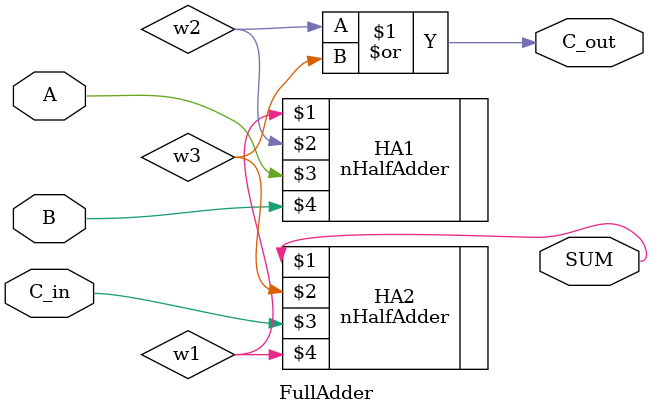
<source format=v>
`timescale 1ns / 1ps
module FullAdder(SUM,C_out,A,B,C_in);
	input A, B, C_in;
	output SUM, C_out;
wire w1, w2, w3;
nHalfAdder HA1(w1, w2, A, B);
nHalfAdder HA2(SUM, w3, C_in, w1);
assign C_out = w2 | w3;
    

endmodule

</source>
